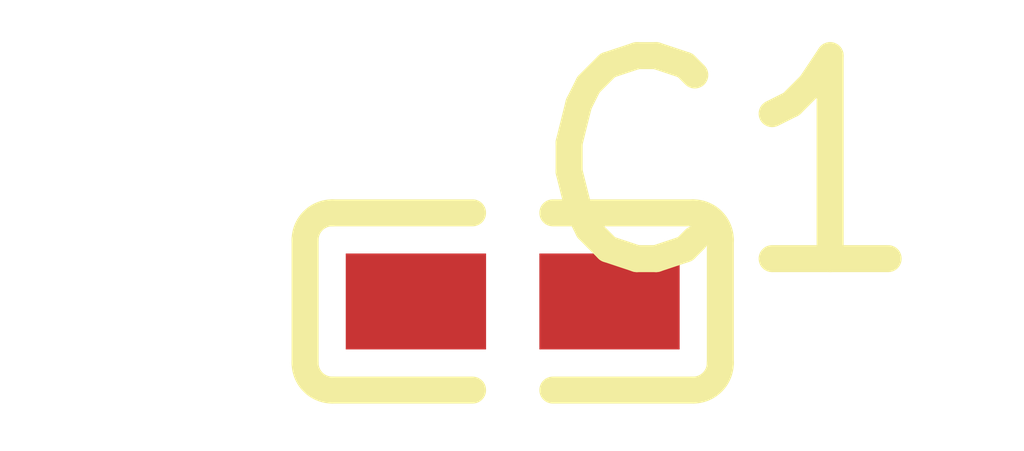
<source format=kicad_pcb>
(kicad_pcb (version 20171130) (host pcbnew "(5.1.5)-3") (page "A4") (layers (0 "F.Cu" signal) (31 "B.Cu" signal) (32 "B.Adhes" user) (33 "F.Adhes" user) (34 "B.Paste" user) (35 "F.Paste" user) (36 "B.SilkS" user) (37 "F.SilkS" user) (38 "B.Mask" user) (39 "F.Mask" user) (40 "Dwgs.User" user) (41 "Cmts.User" user) (42 "Eco1.User" user) (43 "Eco2.User" user) (44 "Edge.Cuts" user) (45 "Margin" user) (46 "B.CrtYd" user) (47 "F.CrtYd" user) (48 "B.Fab" user hide) (49 "F.Fab" user hide)) (net 0 "") (module "easyeda:C0402" (layer "F.Cu") (at 12.7 12.7) (attr smd) (fp_text value "C0402" (at 0 -2.54 0) (layer "F.Fab") hide (effects (font (size 1.143 1.143) (thickness 0.152)) (justify left))) (fp_text reference "C1" (at 0 -0.762 0) (layer "F.SilkS") (effects (font (size 1.143 1.143) (thickness 0.152)) (justify left))) (fp_line (start 1.016 -0.499) (end 0.226 -0.499) (width 0.152) (layer "F.SilkS")) (fp_line (start 0.226 0.499) (end 1.016 0.499) (width 0.152) (layer "F.SilkS")) (fp_line (start 1.169 0.346) (end 1.169 -0.346) (width 0.152) (layer "F.SilkS")) (fp_line (start -1.016 -0.499) (end -0.226 -0.499) (width 0.152) (layer "F.SilkS")) (fp_line (start -0.226 0.499) (end -1.016 0.499) (width 0.152) (layer "F.SilkS")) (fp_line (start -1.169 0.346) (end -1.169 -0.346) (width 0.152) (layer "F.SilkS")) (fp_arc (start 1.016 0.346) (end 1.169 0.346) (angle 90) (width 0.152) (layer "F.SilkS")) (fp_arc (start 1.016 -0.346) (end 1.016 -0.499) (angle 90) (width 0.152) (layer "F.SilkS")) (fp_arc (start -1.016 0.346) (end -1.016 0.499) (angle 90) (width 0.152) (layer "F.SilkS")) (fp_arc (start -1.016 -0.346) (end -1.169 -0.346) (angle 90) (width 0.152) (layer "F.SilkS")) (fp_poly (pts (xy -0.18 -0.225) (xy -0.18 0.225) (xy -0.25 0.275) (xy -0.73 0.275) (xy -0.78 0.225) (xy -0.78 -0.225) (xy -0.73 -0.275) (xy -0.25 -0.275)) (layer "F.Paste") (width 0)) (fp_poly (pts (xy 0.78 -0.225) (xy 0.78 0.225) (xy 0.73 0.275) (xy 0.25 0.275) (xy 0.18 0.225) (xy 0.18 -0.225) (xy 0.25 -0.275) (xy 0.73 -0.275)) (layer "F.Paste") (width 0)) (pad 2 smd rect (at 0.545 0 0) (size 0.79 0.54) (layers "F.Cu" "F.Paste" "F.Mask")) (pad 1 smd rect (at -0.545 0 0) (size 0.79 0.54) (layers "F.Cu" "F.Paste" "F.Mask")) (fp_text user gge112 (at 0 0) (layer "Cmts.User") (effects (font (size 1 1) (thickness 0.15))))))
</source>
